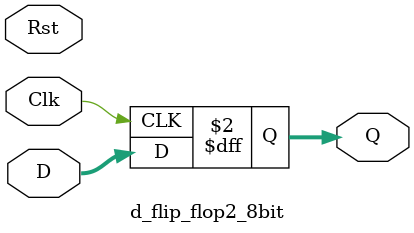
<source format=v>
module part5 (SW, LEDR, HEX3, HEX2, HEX1, HEX0);
	input [17:0] SW;
   output [17:0] LEDR;
   output [6:0] HEX3, HEX2, HEX1, HEX0;

	wire [7:0] d3, p;
	wire [3:0] d1, d2;
	wire Clk;
	assign Clk = SW[17];
	assign LEDR = {d1, d2};
	d_flip_flop_4bit D0 (SW[3:0], Clk, 0, d1);
	d_flip_flop_4bit D1 (SW[7:4], Clk, 0, d2);
	
   multiplier M0 (d1, d2, d3);
	d_flip_flop2_8bit D2(d3, Clk, 0, p);
  
	//assign LEDR = p;

	hex_7seg H0 (SW[3:0], HEX0);
   hex_7seg H1 (SW[7:4], HEX1);
	hex_7seg H2 (p[3:0], HEX2);
	hex_7seg H3 (p[7:4], HEX3);
endmodule

// implements a 4-bit by 4-bit multiplier with 8-bit result
module multiplier (A, B, P);
   input [3:0] A, B;
   output [7:0] P;
 
   wire c01, c02, c03, c04;
   wire s02, s03, s04;

   wire c12, c13, c14, c15;
   wire s13, s14, s15;

   wire c23, c24, c25, c26;

   assign P[0] = A[0] & B[0];

   fulladder F01 (A[1] & B[0], A[0] & B[1], 0, P[1], c01);
   fulladder F02 (A[2] & B[0], A[1] & B[1], c01, s02, c02);
   fulladder F03 (A[3] & B[0], A[2] & B[1], c02, s03, c03);
   fulladder F04 (0, A[3] & B[1], c03, s04, c04);

   fulladder F12 (s02, A[0] & B[2], 0, P[2], c12);
   fulladder F13 (s03, A[1] & B[2], c12, s13, c13);
   fulladder F14 (s04, A[2] & B[2], c13, s14, c14);
   fulladder F15 (c04, A[3] & B[2], c14, s15, c15);

   fulladder F23 (s13, A[0] & B[3], 0, P[3], c23);
   fulladder F24 (s14, A[1] & B[3], c23, P[4], c24);
   fulladder F25 (s15, A[2] & B[3], c24, P[5], c25);
   fulladder F26 (c15, A[3] & B[3], c25, P[6], P[7]);
endmodule

module fulladder (a, b, ci, s, co);
   input a, b, ci;
   output co, s;
 
   wire d;

   assign d = a ^ b;
   assign s = d ^ ci;
   assign co = (b & ~d) | (d & ci);
endmodule

module hex_7seg (C, Display);
   input [3:0] C;
   output [6:0] Display;
   assign Display = (C[3:0] == 4'b0000 )? 7'b1000000: // 0
						  (C[3:0] == 4'b0001 )? 7'b1111001: // 1
						  (C[3:0] == 4'b0010 )? 7'b0100100: // 2
						  (C[3:0] == 4'b0011 )? 7'b0110000: // 3
						  (C[3:0] == 4'b0100 )? 7'b0011001: // 4
						  (C[3:0] == 4'b0101 )? 7'b0010010: // 5
						  (C[3:0] == 4'b0110 )? 7'b0000010: // 6
						  (C[3:0] == 4'b0111 )? 7'b1111000: // 7
						  (C[3:0] == 4'b1000 )? 7'b0000000: // 8
						  (C[3:0] == 4'b1001 )? 7'b0010000: // 9
						  (C[3:0] == 4'b1010 )? 7'b0001000:	// A
						  (C[3:0] == 4'b1011 )? 7'b0000011: // B
						  (C[3:0] == 4'b1100 )? 7'b1000110: // C
						  (C[3:0] == 4'b1101 )? 7'b0100001: // D
						  (C[3:0] == 4'b1110 )? 7'b0000110: // E
						  (C[3:0] == 4'b1111 )? 7'b0001110:7'b1111111; // F
endmodule

module d_flip_flop_4bit (D, Clk, Rst, Q);
	input [3:0]D;
	input Clk, Rst;
	output reg [3:0]Q;
	always @ (posedge Clk) begin
		begin
			Q = D; 	
		end
	end
endmodule

module d_flip_flop2_8bit (D, Clk, Rst, Q);
	input [7:0]D;
	input Clk, Rst;
	output reg [7:0]Q;
	always @ (posedge Clk) begin
		begin
			Q = D; 	
		end
	end
endmodule

</source>
